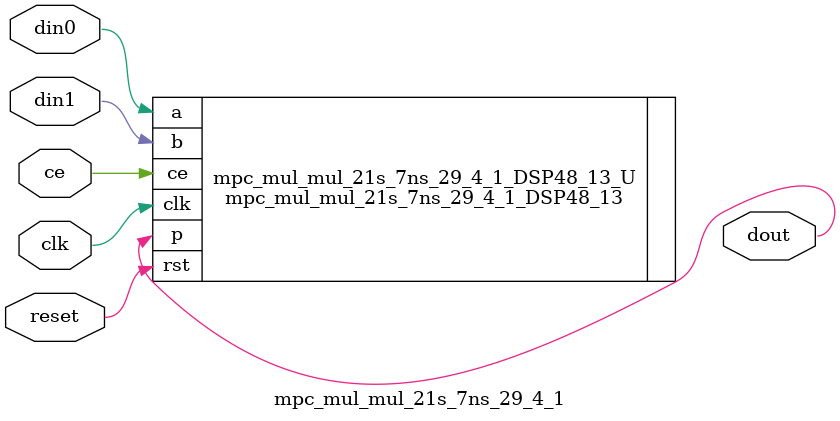
<source format=v>
module mpc_mul_mul_21s_7ns_29_4_1(
    clk,
    reset,
    ce,
    din0,
    din1,
    dout);

parameter ID = 32'd1;
parameter NUM_STAGE = 32'd1;
parameter din0_WIDTH = 32'd1;
parameter din1_WIDTH = 32'd1;
parameter dout_WIDTH = 32'd1;
input clk;
input reset;
input ce;
input[din0_WIDTH - 1:0] din0;
input[din1_WIDTH - 1:0] din1;
output[dout_WIDTH - 1:0] dout;



mpc_mul_mul_21s_7ns_29_4_1_DSP48_13 mpc_mul_mul_21s_7ns_29_4_1_DSP48_13_U(
    .clk( clk ),
    .rst( reset ),
    .ce( ce ),
    .a( din0 ),
    .b( din1 ),
    .p( dout ));

endmodule

</source>
